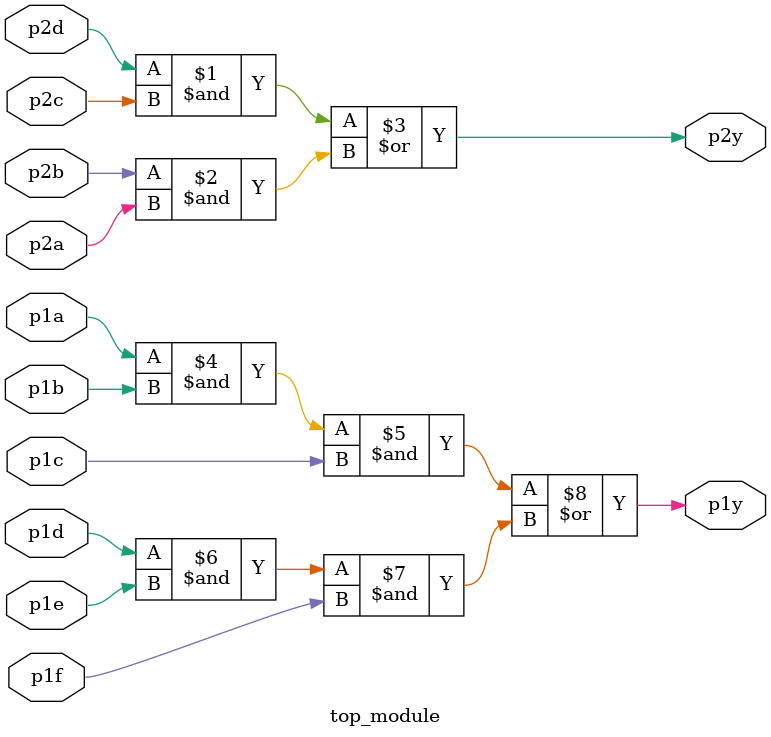
<source format=v>
module top_module ( 
    input p1a, p1b, p1c, p1d, p1e, p1f,
    output p1y,
    input p2a, p2b, p2c, p2d,
    output p2y );
    
    assign p2y = (p2d&p2c)|(p2b&p2a);
    assign p1y = (p1a&p1b&p1c)|(p1d&p1e&p1f);

endmodule
</source>
